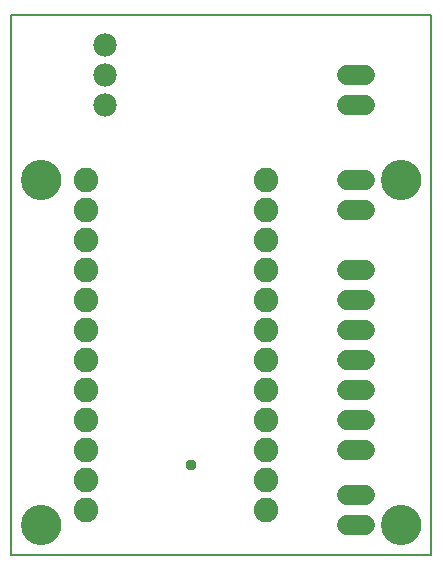
<source format=gbs>
G75*
%MOIN*%
%OFA0B0*%
%FSLAX25Y25*%
%IPPOS*%
%LPD*%
%AMOC8*
5,1,8,0,0,1.08239X$1,22.5*
%
%ADD10C,0.00600*%
%ADD11C,0.00000*%
%ADD12C,0.13400*%
%ADD13C,0.08200*%
%ADD14C,0.06800*%
%ADD15C,0.07800*%
%ADD16C,0.03778*%
D10*
X0001800Y0006250D02*
X0001800Y0186250D01*
X0141800Y0186250D01*
X0141800Y0006250D01*
X0001800Y0006250D01*
D11*
X0005500Y0016250D02*
X0005502Y0016408D01*
X0005508Y0016567D01*
X0005518Y0016725D01*
X0005532Y0016882D01*
X0005550Y0017040D01*
X0005571Y0017196D01*
X0005597Y0017353D01*
X0005627Y0017508D01*
X0005660Y0017663D01*
X0005698Y0017817D01*
X0005739Y0017970D01*
X0005784Y0018121D01*
X0005833Y0018272D01*
X0005886Y0018421D01*
X0005942Y0018569D01*
X0006003Y0018716D01*
X0006066Y0018861D01*
X0006134Y0019004D01*
X0006205Y0019145D01*
X0006279Y0019285D01*
X0006357Y0019423D01*
X0006439Y0019559D01*
X0006524Y0019692D01*
X0006612Y0019824D01*
X0006703Y0019953D01*
X0006798Y0020080D01*
X0006896Y0020204D01*
X0006997Y0020326D01*
X0007101Y0020446D01*
X0007207Y0020563D01*
X0007317Y0020677D01*
X0007430Y0020788D01*
X0007545Y0020896D01*
X0007664Y0021002D01*
X0007784Y0021104D01*
X0007907Y0021204D01*
X0008033Y0021300D01*
X0008161Y0021393D01*
X0008292Y0021483D01*
X0008424Y0021569D01*
X0008559Y0021652D01*
X0008696Y0021732D01*
X0008835Y0021808D01*
X0008975Y0021881D01*
X0009118Y0021950D01*
X0009262Y0022016D01*
X0009407Y0022078D01*
X0009555Y0022136D01*
X0009703Y0022191D01*
X0009853Y0022242D01*
X0010004Y0022289D01*
X0010157Y0022332D01*
X0010310Y0022371D01*
X0010464Y0022407D01*
X0010619Y0022438D01*
X0010775Y0022466D01*
X0010932Y0022490D01*
X0011089Y0022510D01*
X0011247Y0022526D01*
X0011404Y0022538D01*
X0011563Y0022546D01*
X0011721Y0022550D01*
X0011879Y0022550D01*
X0012037Y0022546D01*
X0012196Y0022538D01*
X0012353Y0022526D01*
X0012511Y0022510D01*
X0012668Y0022490D01*
X0012825Y0022466D01*
X0012981Y0022438D01*
X0013136Y0022407D01*
X0013290Y0022371D01*
X0013443Y0022332D01*
X0013596Y0022289D01*
X0013747Y0022242D01*
X0013897Y0022191D01*
X0014045Y0022136D01*
X0014193Y0022078D01*
X0014338Y0022016D01*
X0014482Y0021950D01*
X0014625Y0021881D01*
X0014765Y0021808D01*
X0014904Y0021732D01*
X0015041Y0021652D01*
X0015176Y0021569D01*
X0015308Y0021483D01*
X0015439Y0021393D01*
X0015567Y0021300D01*
X0015693Y0021204D01*
X0015816Y0021104D01*
X0015936Y0021002D01*
X0016055Y0020896D01*
X0016170Y0020788D01*
X0016283Y0020677D01*
X0016393Y0020563D01*
X0016499Y0020446D01*
X0016603Y0020326D01*
X0016704Y0020204D01*
X0016802Y0020080D01*
X0016897Y0019953D01*
X0016988Y0019824D01*
X0017076Y0019692D01*
X0017161Y0019559D01*
X0017243Y0019423D01*
X0017321Y0019285D01*
X0017395Y0019145D01*
X0017466Y0019004D01*
X0017534Y0018861D01*
X0017597Y0018716D01*
X0017658Y0018569D01*
X0017714Y0018421D01*
X0017767Y0018272D01*
X0017816Y0018121D01*
X0017861Y0017970D01*
X0017902Y0017817D01*
X0017940Y0017663D01*
X0017973Y0017508D01*
X0018003Y0017353D01*
X0018029Y0017196D01*
X0018050Y0017040D01*
X0018068Y0016882D01*
X0018082Y0016725D01*
X0018092Y0016567D01*
X0018098Y0016408D01*
X0018100Y0016250D01*
X0018098Y0016092D01*
X0018092Y0015933D01*
X0018082Y0015775D01*
X0018068Y0015618D01*
X0018050Y0015460D01*
X0018029Y0015304D01*
X0018003Y0015147D01*
X0017973Y0014992D01*
X0017940Y0014837D01*
X0017902Y0014683D01*
X0017861Y0014530D01*
X0017816Y0014379D01*
X0017767Y0014228D01*
X0017714Y0014079D01*
X0017658Y0013931D01*
X0017597Y0013784D01*
X0017534Y0013639D01*
X0017466Y0013496D01*
X0017395Y0013355D01*
X0017321Y0013215D01*
X0017243Y0013077D01*
X0017161Y0012941D01*
X0017076Y0012808D01*
X0016988Y0012676D01*
X0016897Y0012547D01*
X0016802Y0012420D01*
X0016704Y0012296D01*
X0016603Y0012174D01*
X0016499Y0012054D01*
X0016393Y0011937D01*
X0016283Y0011823D01*
X0016170Y0011712D01*
X0016055Y0011604D01*
X0015936Y0011498D01*
X0015816Y0011396D01*
X0015693Y0011296D01*
X0015567Y0011200D01*
X0015439Y0011107D01*
X0015308Y0011017D01*
X0015176Y0010931D01*
X0015041Y0010848D01*
X0014904Y0010768D01*
X0014765Y0010692D01*
X0014625Y0010619D01*
X0014482Y0010550D01*
X0014338Y0010484D01*
X0014193Y0010422D01*
X0014045Y0010364D01*
X0013897Y0010309D01*
X0013747Y0010258D01*
X0013596Y0010211D01*
X0013443Y0010168D01*
X0013290Y0010129D01*
X0013136Y0010093D01*
X0012981Y0010062D01*
X0012825Y0010034D01*
X0012668Y0010010D01*
X0012511Y0009990D01*
X0012353Y0009974D01*
X0012196Y0009962D01*
X0012037Y0009954D01*
X0011879Y0009950D01*
X0011721Y0009950D01*
X0011563Y0009954D01*
X0011404Y0009962D01*
X0011247Y0009974D01*
X0011089Y0009990D01*
X0010932Y0010010D01*
X0010775Y0010034D01*
X0010619Y0010062D01*
X0010464Y0010093D01*
X0010310Y0010129D01*
X0010157Y0010168D01*
X0010004Y0010211D01*
X0009853Y0010258D01*
X0009703Y0010309D01*
X0009555Y0010364D01*
X0009407Y0010422D01*
X0009262Y0010484D01*
X0009118Y0010550D01*
X0008975Y0010619D01*
X0008835Y0010692D01*
X0008696Y0010768D01*
X0008559Y0010848D01*
X0008424Y0010931D01*
X0008292Y0011017D01*
X0008161Y0011107D01*
X0008033Y0011200D01*
X0007907Y0011296D01*
X0007784Y0011396D01*
X0007664Y0011498D01*
X0007545Y0011604D01*
X0007430Y0011712D01*
X0007317Y0011823D01*
X0007207Y0011937D01*
X0007101Y0012054D01*
X0006997Y0012174D01*
X0006896Y0012296D01*
X0006798Y0012420D01*
X0006703Y0012547D01*
X0006612Y0012676D01*
X0006524Y0012808D01*
X0006439Y0012941D01*
X0006357Y0013077D01*
X0006279Y0013215D01*
X0006205Y0013355D01*
X0006134Y0013496D01*
X0006066Y0013639D01*
X0006003Y0013784D01*
X0005942Y0013931D01*
X0005886Y0014079D01*
X0005833Y0014228D01*
X0005784Y0014379D01*
X0005739Y0014530D01*
X0005698Y0014683D01*
X0005660Y0014837D01*
X0005627Y0014992D01*
X0005597Y0015147D01*
X0005571Y0015304D01*
X0005550Y0015460D01*
X0005532Y0015618D01*
X0005518Y0015775D01*
X0005508Y0015933D01*
X0005502Y0016092D01*
X0005500Y0016250D01*
X0005500Y0131250D02*
X0005502Y0131408D01*
X0005508Y0131567D01*
X0005518Y0131725D01*
X0005532Y0131882D01*
X0005550Y0132040D01*
X0005571Y0132196D01*
X0005597Y0132353D01*
X0005627Y0132508D01*
X0005660Y0132663D01*
X0005698Y0132817D01*
X0005739Y0132970D01*
X0005784Y0133121D01*
X0005833Y0133272D01*
X0005886Y0133421D01*
X0005942Y0133569D01*
X0006003Y0133716D01*
X0006066Y0133861D01*
X0006134Y0134004D01*
X0006205Y0134145D01*
X0006279Y0134285D01*
X0006357Y0134423D01*
X0006439Y0134559D01*
X0006524Y0134692D01*
X0006612Y0134824D01*
X0006703Y0134953D01*
X0006798Y0135080D01*
X0006896Y0135204D01*
X0006997Y0135326D01*
X0007101Y0135446D01*
X0007207Y0135563D01*
X0007317Y0135677D01*
X0007430Y0135788D01*
X0007545Y0135896D01*
X0007664Y0136002D01*
X0007784Y0136104D01*
X0007907Y0136204D01*
X0008033Y0136300D01*
X0008161Y0136393D01*
X0008292Y0136483D01*
X0008424Y0136569D01*
X0008559Y0136652D01*
X0008696Y0136732D01*
X0008835Y0136808D01*
X0008975Y0136881D01*
X0009118Y0136950D01*
X0009262Y0137016D01*
X0009407Y0137078D01*
X0009555Y0137136D01*
X0009703Y0137191D01*
X0009853Y0137242D01*
X0010004Y0137289D01*
X0010157Y0137332D01*
X0010310Y0137371D01*
X0010464Y0137407D01*
X0010619Y0137438D01*
X0010775Y0137466D01*
X0010932Y0137490D01*
X0011089Y0137510D01*
X0011247Y0137526D01*
X0011404Y0137538D01*
X0011563Y0137546D01*
X0011721Y0137550D01*
X0011879Y0137550D01*
X0012037Y0137546D01*
X0012196Y0137538D01*
X0012353Y0137526D01*
X0012511Y0137510D01*
X0012668Y0137490D01*
X0012825Y0137466D01*
X0012981Y0137438D01*
X0013136Y0137407D01*
X0013290Y0137371D01*
X0013443Y0137332D01*
X0013596Y0137289D01*
X0013747Y0137242D01*
X0013897Y0137191D01*
X0014045Y0137136D01*
X0014193Y0137078D01*
X0014338Y0137016D01*
X0014482Y0136950D01*
X0014625Y0136881D01*
X0014765Y0136808D01*
X0014904Y0136732D01*
X0015041Y0136652D01*
X0015176Y0136569D01*
X0015308Y0136483D01*
X0015439Y0136393D01*
X0015567Y0136300D01*
X0015693Y0136204D01*
X0015816Y0136104D01*
X0015936Y0136002D01*
X0016055Y0135896D01*
X0016170Y0135788D01*
X0016283Y0135677D01*
X0016393Y0135563D01*
X0016499Y0135446D01*
X0016603Y0135326D01*
X0016704Y0135204D01*
X0016802Y0135080D01*
X0016897Y0134953D01*
X0016988Y0134824D01*
X0017076Y0134692D01*
X0017161Y0134559D01*
X0017243Y0134423D01*
X0017321Y0134285D01*
X0017395Y0134145D01*
X0017466Y0134004D01*
X0017534Y0133861D01*
X0017597Y0133716D01*
X0017658Y0133569D01*
X0017714Y0133421D01*
X0017767Y0133272D01*
X0017816Y0133121D01*
X0017861Y0132970D01*
X0017902Y0132817D01*
X0017940Y0132663D01*
X0017973Y0132508D01*
X0018003Y0132353D01*
X0018029Y0132196D01*
X0018050Y0132040D01*
X0018068Y0131882D01*
X0018082Y0131725D01*
X0018092Y0131567D01*
X0018098Y0131408D01*
X0018100Y0131250D01*
X0018098Y0131092D01*
X0018092Y0130933D01*
X0018082Y0130775D01*
X0018068Y0130618D01*
X0018050Y0130460D01*
X0018029Y0130304D01*
X0018003Y0130147D01*
X0017973Y0129992D01*
X0017940Y0129837D01*
X0017902Y0129683D01*
X0017861Y0129530D01*
X0017816Y0129379D01*
X0017767Y0129228D01*
X0017714Y0129079D01*
X0017658Y0128931D01*
X0017597Y0128784D01*
X0017534Y0128639D01*
X0017466Y0128496D01*
X0017395Y0128355D01*
X0017321Y0128215D01*
X0017243Y0128077D01*
X0017161Y0127941D01*
X0017076Y0127808D01*
X0016988Y0127676D01*
X0016897Y0127547D01*
X0016802Y0127420D01*
X0016704Y0127296D01*
X0016603Y0127174D01*
X0016499Y0127054D01*
X0016393Y0126937D01*
X0016283Y0126823D01*
X0016170Y0126712D01*
X0016055Y0126604D01*
X0015936Y0126498D01*
X0015816Y0126396D01*
X0015693Y0126296D01*
X0015567Y0126200D01*
X0015439Y0126107D01*
X0015308Y0126017D01*
X0015176Y0125931D01*
X0015041Y0125848D01*
X0014904Y0125768D01*
X0014765Y0125692D01*
X0014625Y0125619D01*
X0014482Y0125550D01*
X0014338Y0125484D01*
X0014193Y0125422D01*
X0014045Y0125364D01*
X0013897Y0125309D01*
X0013747Y0125258D01*
X0013596Y0125211D01*
X0013443Y0125168D01*
X0013290Y0125129D01*
X0013136Y0125093D01*
X0012981Y0125062D01*
X0012825Y0125034D01*
X0012668Y0125010D01*
X0012511Y0124990D01*
X0012353Y0124974D01*
X0012196Y0124962D01*
X0012037Y0124954D01*
X0011879Y0124950D01*
X0011721Y0124950D01*
X0011563Y0124954D01*
X0011404Y0124962D01*
X0011247Y0124974D01*
X0011089Y0124990D01*
X0010932Y0125010D01*
X0010775Y0125034D01*
X0010619Y0125062D01*
X0010464Y0125093D01*
X0010310Y0125129D01*
X0010157Y0125168D01*
X0010004Y0125211D01*
X0009853Y0125258D01*
X0009703Y0125309D01*
X0009555Y0125364D01*
X0009407Y0125422D01*
X0009262Y0125484D01*
X0009118Y0125550D01*
X0008975Y0125619D01*
X0008835Y0125692D01*
X0008696Y0125768D01*
X0008559Y0125848D01*
X0008424Y0125931D01*
X0008292Y0126017D01*
X0008161Y0126107D01*
X0008033Y0126200D01*
X0007907Y0126296D01*
X0007784Y0126396D01*
X0007664Y0126498D01*
X0007545Y0126604D01*
X0007430Y0126712D01*
X0007317Y0126823D01*
X0007207Y0126937D01*
X0007101Y0127054D01*
X0006997Y0127174D01*
X0006896Y0127296D01*
X0006798Y0127420D01*
X0006703Y0127547D01*
X0006612Y0127676D01*
X0006524Y0127808D01*
X0006439Y0127941D01*
X0006357Y0128077D01*
X0006279Y0128215D01*
X0006205Y0128355D01*
X0006134Y0128496D01*
X0006066Y0128639D01*
X0006003Y0128784D01*
X0005942Y0128931D01*
X0005886Y0129079D01*
X0005833Y0129228D01*
X0005784Y0129379D01*
X0005739Y0129530D01*
X0005698Y0129683D01*
X0005660Y0129837D01*
X0005627Y0129992D01*
X0005597Y0130147D01*
X0005571Y0130304D01*
X0005550Y0130460D01*
X0005532Y0130618D01*
X0005518Y0130775D01*
X0005508Y0130933D01*
X0005502Y0131092D01*
X0005500Y0131250D01*
X0125500Y0131250D02*
X0125502Y0131408D01*
X0125508Y0131567D01*
X0125518Y0131725D01*
X0125532Y0131882D01*
X0125550Y0132040D01*
X0125571Y0132196D01*
X0125597Y0132353D01*
X0125627Y0132508D01*
X0125660Y0132663D01*
X0125698Y0132817D01*
X0125739Y0132970D01*
X0125784Y0133121D01*
X0125833Y0133272D01*
X0125886Y0133421D01*
X0125942Y0133569D01*
X0126003Y0133716D01*
X0126066Y0133861D01*
X0126134Y0134004D01*
X0126205Y0134145D01*
X0126279Y0134285D01*
X0126357Y0134423D01*
X0126439Y0134559D01*
X0126524Y0134692D01*
X0126612Y0134824D01*
X0126703Y0134953D01*
X0126798Y0135080D01*
X0126896Y0135204D01*
X0126997Y0135326D01*
X0127101Y0135446D01*
X0127207Y0135563D01*
X0127317Y0135677D01*
X0127430Y0135788D01*
X0127545Y0135896D01*
X0127664Y0136002D01*
X0127784Y0136104D01*
X0127907Y0136204D01*
X0128033Y0136300D01*
X0128161Y0136393D01*
X0128292Y0136483D01*
X0128424Y0136569D01*
X0128559Y0136652D01*
X0128696Y0136732D01*
X0128835Y0136808D01*
X0128975Y0136881D01*
X0129118Y0136950D01*
X0129262Y0137016D01*
X0129407Y0137078D01*
X0129555Y0137136D01*
X0129703Y0137191D01*
X0129853Y0137242D01*
X0130004Y0137289D01*
X0130157Y0137332D01*
X0130310Y0137371D01*
X0130464Y0137407D01*
X0130619Y0137438D01*
X0130775Y0137466D01*
X0130932Y0137490D01*
X0131089Y0137510D01*
X0131247Y0137526D01*
X0131404Y0137538D01*
X0131563Y0137546D01*
X0131721Y0137550D01*
X0131879Y0137550D01*
X0132037Y0137546D01*
X0132196Y0137538D01*
X0132353Y0137526D01*
X0132511Y0137510D01*
X0132668Y0137490D01*
X0132825Y0137466D01*
X0132981Y0137438D01*
X0133136Y0137407D01*
X0133290Y0137371D01*
X0133443Y0137332D01*
X0133596Y0137289D01*
X0133747Y0137242D01*
X0133897Y0137191D01*
X0134045Y0137136D01*
X0134193Y0137078D01*
X0134338Y0137016D01*
X0134482Y0136950D01*
X0134625Y0136881D01*
X0134765Y0136808D01*
X0134904Y0136732D01*
X0135041Y0136652D01*
X0135176Y0136569D01*
X0135308Y0136483D01*
X0135439Y0136393D01*
X0135567Y0136300D01*
X0135693Y0136204D01*
X0135816Y0136104D01*
X0135936Y0136002D01*
X0136055Y0135896D01*
X0136170Y0135788D01*
X0136283Y0135677D01*
X0136393Y0135563D01*
X0136499Y0135446D01*
X0136603Y0135326D01*
X0136704Y0135204D01*
X0136802Y0135080D01*
X0136897Y0134953D01*
X0136988Y0134824D01*
X0137076Y0134692D01*
X0137161Y0134559D01*
X0137243Y0134423D01*
X0137321Y0134285D01*
X0137395Y0134145D01*
X0137466Y0134004D01*
X0137534Y0133861D01*
X0137597Y0133716D01*
X0137658Y0133569D01*
X0137714Y0133421D01*
X0137767Y0133272D01*
X0137816Y0133121D01*
X0137861Y0132970D01*
X0137902Y0132817D01*
X0137940Y0132663D01*
X0137973Y0132508D01*
X0138003Y0132353D01*
X0138029Y0132196D01*
X0138050Y0132040D01*
X0138068Y0131882D01*
X0138082Y0131725D01*
X0138092Y0131567D01*
X0138098Y0131408D01*
X0138100Y0131250D01*
X0138098Y0131092D01*
X0138092Y0130933D01*
X0138082Y0130775D01*
X0138068Y0130618D01*
X0138050Y0130460D01*
X0138029Y0130304D01*
X0138003Y0130147D01*
X0137973Y0129992D01*
X0137940Y0129837D01*
X0137902Y0129683D01*
X0137861Y0129530D01*
X0137816Y0129379D01*
X0137767Y0129228D01*
X0137714Y0129079D01*
X0137658Y0128931D01*
X0137597Y0128784D01*
X0137534Y0128639D01*
X0137466Y0128496D01*
X0137395Y0128355D01*
X0137321Y0128215D01*
X0137243Y0128077D01*
X0137161Y0127941D01*
X0137076Y0127808D01*
X0136988Y0127676D01*
X0136897Y0127547D01*
X0136802Y0127420D01*
X0136704Y0127296D01*
X0136603Y0127174D01*
X0136499Y0127054D01*
X0136393Y0126937D01*
X0136283Y0126823D01*
X0136170Y0126712D01*
X0136055Y0126604D01*
X0135936Y0126498D01*
X0135816Y0126396D01*
X0135693Y0126296D01*
X0135567Y0126200D01*
X0135439Y0126107D01*
X0135308Y0126017D01*
X0135176Y0125931D01*
X0135041Y0125848D01*
X0134904Y0125768D01*
X0134765Y0125692D01*
X0134625Y0125619D01*
X0134482Y0125550D01*
X0134338Y0125484D01*
X0134193Y0125422D01*
X0134045Y0125364D01*
X0133897Y0125309D01*
X0133747Y0125258D01*
X0133596Y0125211D01*
X0133443Y0125168D01*
X0133290Y0125129D01*
X0133136Y0125093D01*
X0132981Y0125062D01*
X0132825Y0125034D01*
X0132668Y0125010D01*
X0132511Y0124990D01*
X0132353Y0124974D01*
X0132196Y0124962D01*
X0132037Y0124954D01*
X0131879Y0124950D01*
X0131721Y0124950D01*
X0131563Y0124954D01*
X0131404Y0124962D01*
X0131247Y0124974D01*
X0131089Y0124990D01*
X0130932Y0125010D01*
X0130775Y0125034D01*
X0130619Y0125062D01*
X0130464Y0125093D01*
X0130310Y0125129D01*
X0130157Y0125168D01*
X0130004Y0125211D01*
X0129853Y0125258D01*
X0129703Y0125309D01*
X0129555Y0125364D01*
X0129407Y0125422D01*
X0129262Y0125484D01*
X0129118Y0125550D01*
X0128975Y0125619D01*
X0128835Y0125692D01*
X0128696Y0125768D01*
X0128559Y0125848D01*
X0128424Y0125931D01*
X0128292Y0126017D01*
X0128161Y0126107D01*
X0128033Y0126200D01*
X0127907Y0126296D01*
X0127784Y0126396D01*
X0127664Y0126498D01*
X0127545Y0126604D01*
X0127430Y0126712D01*
X0127317Y0126823D01*
X0127207Y0126937D01*
X0127101Y0127054D01*
X0126997Y0127174D01*
X0126896Y0127296D01*
X0126798Y0127420D01*
X0126703Y0127547D01*
X0126612Y0127676D01*
X0126524Y0127808D01*
X0126439Y0127941D01*
X0126357Y0128077D01*
X0126279Y0128215D01*
X0126205Y0128355D01*
X0126134Y0128496D01*
X0126066Y0128639D01*
X0126003Y0128784D01*
X0125942Y0128931D01*
X0125886Y0129079D01*
X0125833Y0129228D01*
X0125784Y0129379D01*
X0125739Y0129530D01*
X0125698Y0129683D01*
X0125660Y0129837D01*
X0125627Y0129992D01*
X0125597Y0130147D01*
X0125571Y0130304D01*
X0125550Y0130460D01*
X0125532Y0130618D01*
X0125518Y0130775D01*
X0125508Y0130933D01*
X0125502Y0131092D01*
X0125500Y0131250D01*
X0125500Y0016250D02*
X0125502Y0016408D01*
X0125508Y0016567D01*
X0125518Y0016725D01*
X0125532Y0016882D01*
X0125550Y0017040D01*
X0125571Y0017196D01*
X0125597Y0017353D01*
X0125627Y0017508D01*
X0125660Y0017663D01*
X0125698Y0017817D01*
X0125739Y0017970D01*
X0125784Y0018121D01*
X0125833Y0018272D01*
X0125886Y0018421D01*
X0125942Y0018569D01*
X0126003Y0018716D01*
X0126066Y0018861D01*
X0126134Y0019004D01*
X0126205Y0019145D01*
X0126279Y0019285D01*
X0126357Y0019423D01*
X0126439Y0019559D01*
X0126524Y0019692D01*
X0126612Y0019824D01*
X0126703Y0019953D01*
X0126798Y0020080D01*
X0126896Y0020204D01*
X0126997Y0020326D01*
X0127101Y0020446D01*
X0127207Y0020563D01*
X0127317Y0020677D01*
X0127430Y0020788D01*
X0127545Y0020896D01*
X0127664Y0021002D01*
X0127784Y0021104D01*
X0127907Y0021204D01*
X0128033Y0021300D01*
X0128161Y0021393D01*
X0128292Y0021483D01*
X0128424Y0021569D01*
X0128559Y0021652D01*
X0128696Y0021732D01*
X0128835Y0021808D01*
X0128975Y0021881D01*
X0129118Y0021950D01*
X0129262Y0022016D01*
X0129407Y0022078D01*
X0129555Y0022136D01*
X0129703Y0022191D01*
X0129853Y0022242D01*
X0130004Y0022289D01*
X0130157Y0022332D01*
X0130310Y0022371D01*
X0130464Y0022407D01*
X0130619Y0022438D01*
X0130775Y0022466D01*
X0130932Y0022490D01*
X0131089Y0022510D01*
X0131247Y0022526D01*
X0131404Y0022538D01*
X0131563Y0022546D01*
X0131721Y0022550D01*
X0131879Y0022550D01*
X0132037Y0022546D01*
X0132196Y0022538D01*
X0132353Y0022526D01*
X0132511Y0022510D01*
X0132668Y0022490D01*
X0132825Y0022466D01*
X0132981Y0022438D01*
X0133136Y0022407D01*
X0133290Y0022371D01*
X0133443Y0022332D01*
X0133596Y0022289D01*
X0133747Y0022242D01*
X0133897Y0022191D01*
X0134045Y0022136D01*
X0134193Y0022078D01*
X0134338Y0022016D01*
X0134482Y0021950D01*
X0134625Y0021881D01*
X0134765Y0021808D01*
X0134904Y0021732D01*
X0135041Y0021652D01*
X0135176Y0021569D01*
X0135308Y0021483D01*
X0135439Y0021393D01*
X0135567Y0021300D01*
X0135693Y0021204D01*
X0135816Y0021104D01*
X0135936Y0021002D01*
X0136055Y0020896D01*
X0136170Y0020788D01*
X0136283Y0020677D01*
X0136393Y0020563D01*
X0136499Y0020446D01*
X0136603Y0020326D01*
X0136704Y0020204D01*
X0136802Y0020080D01*
X0136897Y0019953D01*
X0136988Y0019824D01*
X0137076Y0019692D01*
X0137161Y0019559D01*
X0137243Y0019423D01*
X0137321Y0019285D01*
X0137395Y0019145D01*
X0137466Y0019004D01*
X0137534Y0018861D01*
X0137597Y0018716D01*
X0137658Y0018569D01*
X0137714Y0018421D01*
X0137767Y0018272D01*
X0137816Y0018121D01*
X0137861Y0017970D01*
X0137902Y0017817D01*
X0137940Y0017663D01*
X0137973Y0017508D01*
X0138003Y0017353D01*
X0138029Y0017196D01*
X0138050Y0017040D01*
X0138068Y0016882D01*
X0138082Y0016725D01*
X0138092Y0016567D01*
X0138098Y0016408D01*
X0138100Y0016250D01*
X0138098Y0016092D01*
X0138092Y0015933D01*
X0138082Y0015775D01*
X0138068Y0015618D01*
X0138050Y0015460D01*
X0138029Y0015304D01*
X0138003Y0015147D01*
X0137973Y0014992D01*
X0137940Y0014837D01*
X0137902Y0014683D01*
X0137861Y0014530D01*
X0137816Y0014379D01*
X0137767Y0014228D01*
X0137714Y0014079D01*
X0137658Y0013931D01*
X0137597Y0013784D01*
X0137534Y0013639D01*
X0137466Y0013496D01*
X0137395Y0013355D01*
X0137321Y0013215D01*
X0137243Y0013077D01*
X0137161Y0012941D01*
X0137076Y0012808D01*
X0136988Y0012676D01*
X0136897Y0012547D01*
X0136802Y0012420D01*
X0136704Y0012296D01*
X0136603Y0012174D01*
X0136499Y0012054D01*
X0136393Y0011937D01*
X0136283Y0011823D01*
X0136170Y0011712D01*
X0136055Y0011604D01*
X0135936Y0011498D01*
X0135816Y0011396D01*
X0135693Y0011296D01*
X0135567Y0011200D01*
X0135439Y0011107D01*
X0135308Y0011017D01*
X0135176Y0010931D01*
X0135041Y0010848D01*
X0134904Y0010768D01*
X0134765Y0010692D01*
X0134625Y0010619D01*
X0134482Y0010550D01*
X0134338Y0010484D01*
X0134193Y0010422D01*
X0134045Y0010364D01*
X0133897Y0010309D01*
X0133747Y0010258D01*
X0133596Y0010211D01*
X0133443Y0010168D01*
X0133290Y0010129D01*
X0133136Y0010093D01*
X0132981Y0010062D01*
X0132825Y0010034D01*
X0132668Y0010010D01*
X0132511Y0009990D01*
X0132353Y0009974D01*
X0132196Y0009962D01*
X0132037Y0009954D01*
X0131879Y0009950D01*
X0131721Y0009950D01*
X0131563Y0009954D01*
X0131404Y0009962D01*
X0131247Y0009974D01*
X0131089Y0009990D01*
X0130932Y0010010D01*
X0130775Y0010034D01*
X0130619Y0010062D01*
X0130464Y0010093D01*
X0130310Y0010129D01*
X0130157Y0010168D01*
X0130004Y0010211D01*
X0129853Y0010258D01*
X0129703Y0010309D01*
X0129555Y0010364D01*
X0129407Y0010422D01*
X0129262Y0010484D01*
X0129118Y0010550D01*
X0128975Y0010619D01*
X0128835Y0010692D01*
X0128696Y0010768D01*
X0128559Y0010848D01*
X0128424Y0010931D01*
X0128292Y0011017D01*
X0128161Y0011107D01*
X0128033Y0011200D01*
X0127907Y0011296D01*
X0127784Y0011396D01*
X0127664Y0011498D01*
X0127545Y0011604D01*
X0127430Y0011712D01*
X0127317Y0011823D01*
X0127207Y0011937D01*
X0127101Y0012054D01*
X0126997Y0012174D01*
X0126896Y0012296D01*
X0126798Y0012420D01*
X0126703Y0012547D01*
X0126612Y0012676D01*
X0126524Y0012808D01*
X0126439Y0012941D01*
X0126357Y0013077D01*
X0126279Y0013215D01*
X0126205Y0013355D01*
X0126134Y0013496D01*
X0126066Y0013639D01*
X0126003Y0013784D01*
X0125942Y0013931D01*
X0125886Y0014079D01*
X0125833Y0014228D01*
X0125784Y0014379D01*
X0125739Y0014530D01*
X0125698Y0014683D01*
X0125660Y0014837D01*
X0125627Y0014992D01*
X0125597Y0015147D01*
X0125571Y0015304D01*
X0125550Y0015460D01*
X0125532Y0015618D01*
X0125518Y0015775D01*
X0125508Y0015933D01*
X0125502Y0016092D01*
X0125500Y0016250D01*
D12*
X0131800Y0016250D03*
X0131800Y0131250D03*
X0011800Y0131250D03*
X0011800Y0016250D03*
D13*
X0026800Y0021250D03*
X0026800Y0031250D03*
X0026800Y0041250D03*
X0026800Y0051250D03*
X0026800Y0061250D03*
X0026800Y0071250D03*
X0026800Y0081250D03*
X0026800Y0091250D03*
X0026800Y0101250D03*
X0026800Y0111250D03*
X0026800Y0121250D03*
X0026800Y0131250D03*
X0086800Y0131250D03*
X0086800Y0121250D03*
X0086800Y0111250D03*
X0086800Y0101250D03*
X0086800Y0091250D03*
X0086800Y0081250D03*
X0086800Y0071250D03*
X0086800Y0061250D03*
X0086800Y0051250D03*
X0086800Y0041250D03*
X0086800Y0031250D03*
X0086800Y0021250D03*
D14*
X0113800Y0016250D02*
X0119800Y0016250D01*
X0119800Y0026250D02*
X0113800Y0026250D01*
X0113800Y0041250D02*
X0119800Y0041250D01*
X0119800Y0051250D02*
X0113800Y0051250D01*
X0113800Y0061250D02*
X0119800Y0061250D01*
X0119800Y0071250D02*
X0113800Y0071250D01*
X0113800Y0081250D02*
X0119800Y0081250D01*
X0119800Y0091250D02*
X0113800Y0091250D01*
X0113800Y0101250D02*
X0119800Y0101250D01*
X0119800Y0121250D02*
X0113800Y0121250D01*
X0113800Y0131250D02*
X0119800Y0131250D01*
X0119800Y0156250D02*
X0113800Y0156250D01*
X0113800Y0166250D02*
X0119800Y0166250D01*
D15*
X0033050Y0166250D03*
X0033050Y0156250D03*
X0033050Y0176250D03*
D16*
X0061800Y0036250D03*
M02*

</source>
